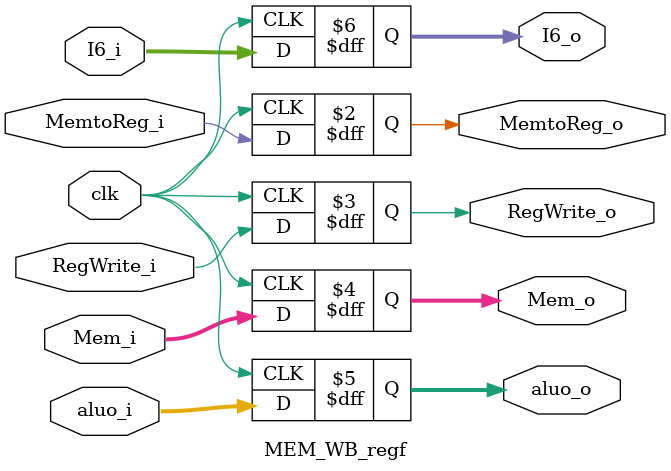
<source format=v>
module MEM_WB_regf(MemtoReg_o, RegWrite_o, Mem_o, aluo_o, I6_o, 
 MemtoReg_i, RegWrite_i, Mem_i, aluo_i, I6_i, clk);
input MemtoReg_i, RegWrite_i, clk;
input [31:0] Mem_i, aluo_i, I6_i;
output MemtoReg_o, RegWrite_o;
output [31:0] Mem_o, aluo_o, I6_o;

reg MemtoReg_o, RegWrite_o;
reg [31:0]  Mem_o, aluo_o, I6_o;

always @(posedge clk)
begin
    MemtoReg_o=MemtoReg_i;
    RegWrite_o=RegWrite_i;
    Mem_o=Mem_i;
    aluo_o=aluo_i;
    I6_o=I6_i;
end





endmodule



</source>
